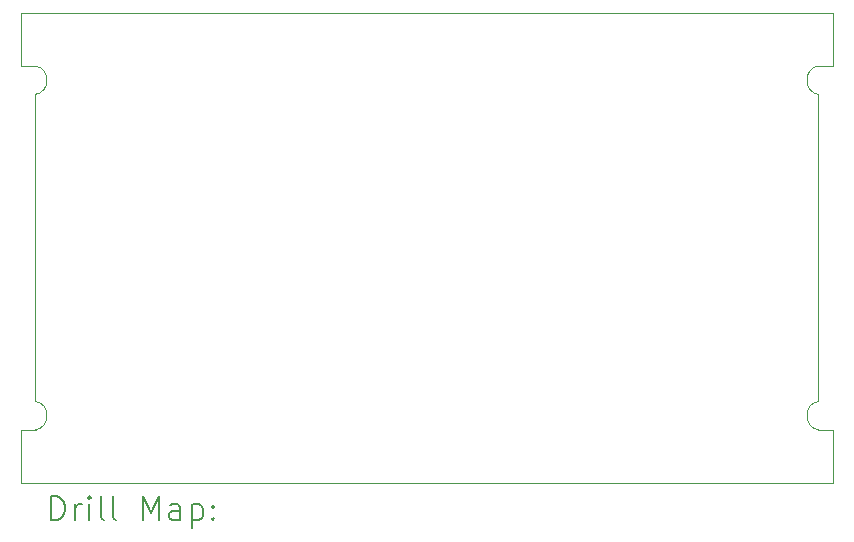
<source format=gbr>
%TF.GenerationSoftware,KiCad,Pcbnew,8.0.8*%
%TF.CreationDate,2025-02-19T13:58:05-05:00*%
%TF.ProjectId,plot_gerbers,706c6f74-5f67-4657-9262-6572732e6b69,rev?*%
%TF.SameCoordinates,Original*%
%TF.FileFunction,Drillmap*%
%TF.FilePolarity,Positive*%
%FSLAX45Y45*%
G04 Gerber Fmt 4.5, Leading zero omitted, Abs format (unit mm)*
G04 Created by KiCad (PCBNEW 8.0.8) date 2025-02-19 13:58:05*
%MOMM*%
%LPD*%
G01*
G04 APERTURE LIST*
%ADD10C,0.050000*%
%ADD11C,0.200000*%
G04 APERTURE END LIST*
D10*
X11633000Y-11373000D02*
X11508000Y-11373000D01*
X18261000Y-8293000D02*
X18386000Y-8293000D01*
X18387000Y-11373000D02*
X18387000Y-11823000D01*
X11632000Y-11133000D02*
G75*
G02*
X11727000Y-11253000I-12500J-107500D01*
G01*
X11507000Y-8293000D02*
X11507000Y-7843000D01*
X18167000Y-11253000D02*
G75*
G02*
X18262000Y-11133000I107500J12500D01*
G01*
X11632000Y-8293000D02*
X11507000Y-8293000D01*
X11727000Y-8413000D02*
G75*
G02*
X11632000Y-8533000I-107500J-12500D01*
G01*
X11508000Y-11823000D02*
X11508000Y-11373000D01*
X11632000Y-8293000D02*
G75*
G02*
X11727000Y-8413000I-12500J-107500D01*
G01*
X11727000Y-11253000D02*
G75*
G02*
X11632000Y-11373000I-107500J-12500D01*
G01*
X18167000Y-8413000D02*
G75*
G02*
X18262000Y-8293000I107500J12500D01*
G01*
X18262000Y-11373000D02*
X18387000Y-11373000D01*
X18262000Y-11133000D02*
X18262000Y-8533000D01*
X11632000Y-8533000D02*
X11632000Y-11133000D01*
X11507000Y-7843000D02*
X18386000Y-7843000D01*
X11508000Y-11823000D02*
X18387000Y-11823000D01*
X18386000Y-7843000D02*
X18386000Y-8293000D01*
X18262000Y-11373000D02*
G75*
G02*
X18167000Y-11253000I12500J107500D01*
G01*
X18262000Y-8533000D02*
G75*
G02*
X18167000Y-8413000I12500J107500D01*
G01*
D11*
X11765277Y-12136984D02*
X11765277Y-11936984D01*
X11765277Y-11936984D02*
X11812896Y-11936984D01*
X11812896Y-11936984D02*
X11841467Y-11946508D01*
X11841467Y-11946508D02*
X11860515Y-11965555D01*
X11860515Y-11965555D02*
X11870039Y-11984603D01*
X11870039Y-11984603D02*
X11879562Y-12022698D01*
X11879562Y-12022698D02*
X11879562Y-12051269D01*
X11879562Y-12051269D02*
X11870039Y-12089365D01*
X11870039Y-12089365D02*
X11860515Y-12108412D01*
X11860515Y-12108412D02*
X11841467Y-12127460D01*
X11841467Y-12127460D02*
X11812896Y-12136984D01*
X11812896Y-12136984D02*
X11765277Y-12136984D01*
X11965277Y-12136984D02*
X11965277Y-12003650D01*
X11965277Y-12041746D02*
X11974801Y-12022698D01*
X11974801Y-12022698D02*
X11984324Y-12013174D01*
X11984324Y-12013174D02*
X12003372Y-12003650D01*
X12003372Y-12003650D02*
X12022420Y-12003650D01*
X12089086Y-12136984D02*
X12089086Y-12003650D01*
X12089086Y-11936984D02*
X12079562Y-11946508D01*
X12079562Y-11946508D02*
X12089086Y-11956031D01*
X12089086Y-11956031D02*
X12098610Y-11946508D01*
X12098610Y-11946508D02*
X12089086Y-11936984D01*
X12089086Y-11936984D02*
X12089086Y-11956031D01*
X12212896Y-12136984D02*
X12193848Y-12127460D01*
X12193848Y-12127460D02*
X12184324Y-12108412D01*
X12184324Y-12108412D02*
X12184324Y-11936984D01*
X12317658Y-12136984D02*
X12298610Y-12127460D01*
X12298610Y-12127460D02*
X12289086Y-12108412D01*
X12289086Y-12108412D02*
X12289086Y-11936984D01*
X12546229Y-12136984D02*
X12546229Y-11936984D01*
X12546229Y-11936984D02*
X12612896Y-12079841D01*
X12612896Y-12079841D02*
X12679562Y-11936984D01*
X12679562Y-11936984D02*
X12679562Y-12136984D01*
X12860515Y-12136984D02*
X12860515Y-12032222D01*
X12860515Y-12032222D02*
X12850991Y-12013174D01*
X12850991Y-12013174D02*
X12831943Y-12003650D01*
X12831943Y-12003650D02*
X12793848Y-12003650D01*
X12793848Y-12003650D02*
X12774801Y-12013174D01*
X12860515Y-12127460D02*
X12841467Y-12136984D01*
X12841467Y-12136984D02*
X12793848Y-12136984D01*
X12793848Y-12136984D02*
X12774801Y-12127460D01*
X12774801Y-12127460D02*
X12765277Y-12108412D01*
X12765277Y-12108412D02*
X12765277Y-12089365D01*
X12765277Y-12089365D02*
X12774801Y-12070317D01*
X12774801Y-12070317D02*
X12793848Y-12060793D01*
X12793848Y-12060793D02*
X12841467Y-12060793D01*
X12841467Y-12060793D02*
X12860515Y-12051269D01*
X12955753Y-12003650D02*
X12955753Y-12203650D01*
X12955753Y-12013174D02*
X12974801Y-12003650D01*
X12974801Y-12003650D02*
X13012896Y-12003650D01*
X13012896Y-12003650D02*
X13031943Y-12013174D01*
X13031943Y-12013174D02*
X13041467Y-12022698D01*
X13041467Y-12022698D02*
X13050991Y-12041746D01*
X13050991Y-12041746D02*
X13050991Y-12098888D01*
X13050991Y-12098888D02*
X13041467Y-12117936D01*
X13041467Y-12117936D02*
X13031943Y-12127460D01*
X13031943Y-12127460D02*
X13012896Y-12136984D01*
X13012896Y-12136984D02*
X12974801Y-12136984D01*
X12974801Y-12136984D02*
X12955753Y-12127460D01*
X13136705Y-12117936D02*
X13146229Y-12127460D01*
X13146229Y-12127460D02*
X13136705Y-12136984D01*
X13136705Y-12136984D02*
X13127182Y-12127460D01*
X13127182Y-12127460D02*
X13136705Y-12117936D01*
X13136705Y-12117936D02*
X13136705Y-12136984D01*
X13136705Y-12013174D02*
X13146229Y-12022698D01*
X13146229Y-12022698D02*
X13136705Y-12032222D01*
X13136705Y-12032222D02*
X13127182Y-12022698D01*
X13127182Y-12022698D02*
X13136705Y-12013174D01*
X13136705Y-12013174D02*
X13136705Y-12032222D01*
M02*

</source>
